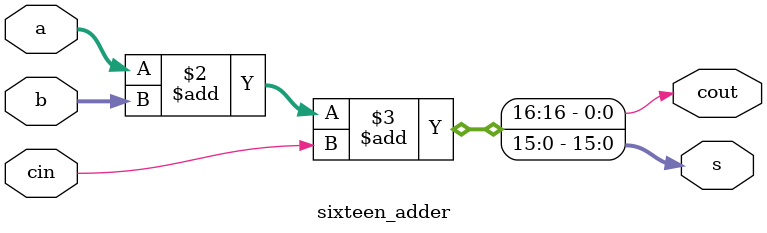
<source format=v>
`timescale 1ns / 1ps

module sixteen_adder(a, b, cin, s, cout);
    output reg [15:0] s;
    output reg cout;
    input [15:0] a, b;
    input cin;

    always @(*) begin
        {cout, s} = a + b + cin;
    end
endmodule



</source>
